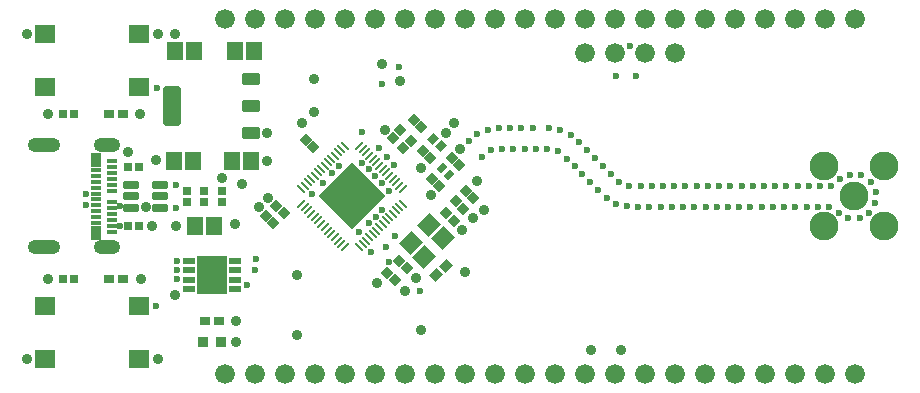
<source format=gts>
G04*
G04 #@! TF.GenerationSoftware,Altium Limited,Altium Designer,24.9.1 (31)*
G04*
G04 Layer_Color=8388736*
%FSLAX44Y44*%
%MOMM*%
G71*
G04*
G04 #@! TF.SameCoordinates,B57C8B18-3D84-4A04-B3AE-A62089487BF1*
G04*
G04*
G04 #@! TF.FilePolarity,Negative*
G04*
G01*
G75*
G04:AMPARAMS|DCode=31|XSize=0.9182mm|YSize=0.1925mm|CornerRadius=0mm|HoleSize=0mm|Usage=FLASHONLY|Rotation=225.000|XOffset=0mm|YOffset=0mm|HoleType=Round|Shape=Rectangle|*
%AMROTATEDRECTD31*
4,1,4,0.2566,0.3927,0.3927,0.2566,-0.2566,-0.3927,-0.3927,-0.2566,0.2566,0.3927,0.0*
%
%ADD31ROTATEDRECTD31*%

G04:AMPARAMS|DCode=32|XSize=0.9182mm|YSize=0.1925mm|CornerRadius=0.0962mm|HoleSize=0mm|Usage=FLASHONLY|Rotation=225.000|XOffset=0mm|YOffset=0mm|HoleType=Round|Shape=RoundedRectangle|*
%AMROUNDEDRECTD32*
21,1,0.9182,0.0000,0,0,225.0*
21,1,0.7257,0.1925,0,0,225.0*
1,1,0.1925,-0.2566,-0.2566*
1,1,0.1925,0.2566,0.2566*
1,1,0.1925,0.2566,0.2566*
1,1,0.1925,-0.2566,-0.2566*
%
%ADD32ROUNDEDRECTD32*%
G04:AMPARAMS|DCode=33|XSize=0.1925mm|YSize=0.9182mm|CornerRadius=0.0962mm|HoleSize=0mm|Usage=FLASHONLY|Rotation=225.000|XOffset=0mm|YOffset=0mm|HoleType=Round|Shape=RoundedRectangle|*
%AMROUNDEDRECTD33*
21,1,0.1925,0.7257,0,0,225.0*
21,1,0.0000,0.9182,0,0,225.0*
1,1,0.1925,-0.2566,0.2566*
1,1,0.1925,-0.2566,0.2566*
1,1,0.1925,0.2566,-0.2566*
1,1,0.1925,0.2566,-0.2566*
%
%ADD33ROUNDEDRECTD33*%
%ADD40R,0.6500X0.7500*%
G04:AMPARAMS|DCode=41|XSize=1.36mm|YSize=0.74mm|CornerRadius=0.1487mm|HoleSize=0mm|Usage=FLASHONLY|Rotation=0.000|XOffset=0mm|YOffset=0mm|HoleType=Round|Shape=RoundedRectangle|*
%AMROUNDEDRECTD41*
21,1,1.3600,0.4425,0,0,0.0*
21,1,1.0625,0.7400,0,0,0.0*
1,1,0.2975,0.5313,-0.2213*
1,1,0.2975,-0.5313,-0.2213*
1,1,0.2975,-0.5313,0.2213*
1,1,0.2975,0.5313,0.2213*
%
%ADD41ROUNDEDRECTD41*%
G04:AMPARAMS|DCode=42|XSize=1.46mm|YSize=1.08mm|CornerRadius=0.1447mm|HoleSize=0mm|Usage=FLASHONLY|Rotation=180.000|XOffset=0mm|YOffset=0mm|HoleType=Round|Shape=RoundedRectangle|*
%AMROUNDEDRECTD42*
21,1,1.4600,0.7905,0,0,180.0*
21,1,1.1705,1.0800,0,0,180.0*
1,1,0.2895,-0.5853,0.3953*
1,1,0.2895,0.5853,0.3953*
1,1,0.2895,0.5853,-0.3953*
1,1,0.2895,-0.5853,-0.3953*
%
%ADD42ROUNDEDRECTD42*%
G04:AMPARAMS|DCode=43|XSize=1.46mm|YSize=3.39mm|CornerRadius=0.1733mm|HoleSize=0mm|Usage=FLASHONLY|Rotation=180.000|XOffset=0mm|YOffset=0mm|HoleType=Round|Shape=RoundedRectangle|*
%AMROUNDEDRECTD43*
21,1,1.4600,3.0435,0,0,180.0*
21,1,1.1135,3.3900,0,0,180.0*
1,1,0.3465,-0.5568,1.5218*
1,1,0.3465,0.5568,1.5218*
1,1,0.3465,0.5568,-1.5218*
1,1,0.3465,-0.5568,-1.5218*
%
%ADD43ROUNDEDRECTD43*%
%ADD44R,2.5500X3.2500*%
%ADD45R,1.0000X0.5000*%
%ADD46R,0.9000X0.7500*%
%ADD47R,1.7500X1.5500*%
G04:AMPARAMS|DCode=48|XSize=1.35mm|YSize=1.55mm|CornerRadius=0mm|HoleSize=0mm|Usage=FLASHONLY|Rotation=135.000|XOffset=0mm|YOffset=0mm|HoleType=Round|Shape=Rectangle|*
%AMROTATEDRECTD48*
4,1,4,1.0253,0.0707,-0.0707,-1.0253,-1.0253,-0.0707,0.0707,1.0253,1.0253,0.0707,0.0*
%
%ADD48ROTATEDRECTD48*%

G04:AMPARAMS|DCode=49|XSize=0.5mm|YSize=0.8mm|CornerRadius=0mm|HoleSize=0mm|Usage=FLASHONLY|Rotation=135.000|XOffset=0mm|YOffset=0mm|HoleType=Round|Shape=Rectangle|*
%AMROTATEDRECTD49*
4,1,4,0.4596,0.1061,-0.1061,-0.4596,-0.4596,-0.1061,0.1061,0.4596,0.4596,0.1061,0.0*
%
%ADD49ROTATEDRECTD49*%

%ADD50R,0.8500X0.4500*%
%ADD51R,0.8500X1.1500*%
%ADD52R,0.9500X0.9500*%
G04:AMPARAMS|DCode=53|XSize=0.75mm|YSize=0.65mm|CornerRadius=0mm|HoleSize=0mm|Usage=FLASHONLY|Rotation=45.000|XOffset=0mm|YOffset=0mm|HoleType=Round|Shape=Rectangle|*
%AMROTATEDRECTD53*
4,1,4,-0.0354,-0.4950,-0.4950,-0.0354,0.0354,0.4950,0.4950,0.0354,-0.0354,-0.4950,0.0*
%
%ADD53ROTATEDRECTD53*%

%ADD54P,5.7276X4X270.0*%
%ADD55R,0.7900X0.7500*%
%ADD56R,1.4500X1.5500*%
%ADD57R,0.7500X0.7900*%
G04:AMPARAMS|DCode=58|XSize=0.79mm|YSize=0.75mm|CornerRadius=0mm|HoleSize=0mm|Usage=FLASHONLY|Rotation=45.000|XOffset=0mm|YOffset=0mm|HoleType=Round|Shape=Rectangle|*
%AMROTATEDRECTD58*
4,1,4,-0.0141,-0.5445,-0.5445,-0.0141,0.0141,0.5445,0.5445,0.0141,-0.0141,-0.5445,0.0*
%
%ADD58ROTATEDRECTD58*%

G04:AMPARAMS|DCode=59|XSize=0.79mm|YSize=0.75mm|CornerRadius=0mm|HoleSize=0mm|Usage=FLASHONLY|Rotation=135.000|XOffset=0mm|YOffset=0mm|HoleType=Round|Shape=Rectangle|*
%AMROTATEDRECTD59*
4,1,4,0.5445,-0.0141,0.0141,-0.5445,-0.5445,0.0141,-0.0141,0.5445,0.5445,-0.0141,0.0*
%
%ADD59ROTATEDRECTD59*%

G04:AMPARAMS|DCode=60|XSize=0.75mm|YSize=0.9mm|CornerRadius=0mm|HoleSize=0mm|Usage=FLASHONLY|Rotation=315.000|XOffset=0mm|YOffset=0mm|HoleType=Round|Shape=Rectangle|*
%AMROTATEDRECTD60*
4,1,4,-0.5834,-0.0530,0.0530,0.5834,0.5834,0.0530,-0.0530,-0.5834,-0.5834,-0.0530,0.0*
%
%ADD60ROTATEDRECTD60*%

%ADD61C,1.6740*%
%ADD62C,2.4540*%
%ADD63C,2.4520*%
%ADD64O,2.2500X1.2500*%
%ADD65O,2.7500X1.2500*%
%ADD66C,0.6000*%
%ADD67C,0.9000*%
%ADD68C,0.6500*%
D31*
X327972Y171302D02*
D03*
D32*
X325144Y174131D02*
D03*
X322315Y176959D02*
D03*
X319487Y179788D02*
D03*
X316658Y182616D02*
D03*
X313830Y185445D02*
D03*
X311001Y188273D02*
D03*
X308173Y191101D02*
D03*
X305345Y193930D02*
D03*
X302516Y196758D02*
D03*
X299688Y199587D02*
D03*
X296859Y202415D02*
D03*
X294031Y205243D02*
D03*
X291202Y208072D02*
D03*
X242028Y158898D02*
D03*
X244856Y156069D02*
D03*
X247685Y153241D02*
D03*
X250513Y150412D02*
D03*
X253342Y147584D02*
D03*
X256170Y144755D02*
D03*
X258999Y141927D02*
D03*
X261827Y139099D02*
D03*
X264655Y136270D02*
D03*
X267484Y133442D02*
D03*
X270312Y130613D02*
D03*
X273141Y127785D02*
D03*
X275969Y124957D02*
D03*
X278798Y122128D02*
D03*
D33*
Y208072D02*
D03*
X275969Y205243D02*
D03*
X273141Y202415D02*
D03*
X270312Y199587D02*
D03*
X267484Y196758D02*
D03*
X264655Y193930D02*
D03*
X261827Y191101D02*
D03*
X258999Y188273D02*
D03*
X256170Y185445D02*
D03*
X253342Y182616D02*
D03*
X250513Y179788D02*
D03*
X247685Y176959D02*
D03*
X244856Y174131D02*
D03*
X242028Y171302D02*
D03*
X291202Y122128D02*
D03*
X294031Y124957D02*
D03*
X296859Y127785D02*
D03*
X299688Y130613D02*
D03*
X302516Y133442D02*
D03*
X305345Y136270D02*
D03*
X308173Y139099D02*
D03*
X311001Y141927D02*
D03*
X313830Y144755D02*
D03*
X316658Y147584D02*
D03*
X319487Y150412D02*
D03*
X322315Y153241D02*
D03*
X325144Y156069D02*
D03*
X327972Y158898D02*
D03*
D40*
X105000Y190000D02*
D03*
X95000D02*
D03*
X105000Y140000D02*
D03*
X95000D02*
D03*
D41*
X97450Y174600D02*
D03*
Y165100D02*
D03*
Y155600D02*
D03*
X122550D02*
D03*
Y165100D02*
D03*
Y174600D02*
D03*
D42*
X199700Y219100D02*
D03*
Y242000D02*
D03*
Y264900D02*
D03*
D43*
X132800Y242000D02*
D03*
D44*
X166250Y98750D02*
D03*
D45*
X185750Y110750D02*
D03*
Y102750D02*
D03*
Y94750D02*
D03*
Y86750D02*
D03*
X146750D02*
D03*
Y94750D02*
D03*
Y102750D02*
D03*
Y110750D02*
D03*
D46*
X160500Y59500D02*
D03*
X172000D02*
D03*
X79250Y235000D02*
D03*
X90750D02*
D03*
X79250Y95200D02*
D03*
X90750D02*
D03*
D47*
X25000Y27700D02*
D03*
X105000Y72700D02*
D03*
X25001D02*
D03*
X105000Y27700D02*
D03*
Y302500D02*
D03*
X25000Y257500D02*
D03*
X104999D02*
D03*
X25000Y302500D02*
D03*
D48*
X350371Y140935D02*
D03*
X361685Y129621D02*
D03*
X334815Y125379D02*
D03*
X346129Y114065D02*
D03*
D49*
X367044Y182856D02*
D03*
X361034Y188867D02*
D03*
D50*
X81550Y190100D02*
D03*
Y185100D02*
D03*
Y180100D02*
D03*
Y175100D02*
D03*
Y170100D02*
D03*
Y195100D02*
D03*
Y155100D02*
D03*
Y150100D02*
D03*
Y145100D02*
D03*
Y140100D02*
D03*
Y135100D02*
D03*
Y160100D02*
D03*
X68550Y142600D02*
D03*
Y147600D02*
D03*
Y152600D02*
D03*
Y157600D02*
D03*
Y162600D02*
D03*
Y172600D02*
D03*
Y177600D02*
D03*
Y182600D02*
D03*
Y187600D02*
D03*
Y167600D02*
D03*
D51*
X68450Y134100D02*
D03*
X68550Y196100D02*
D03*
D52*
X173750Y42000D02*
D03*
X158750D02*
D03*
D53*
X360000Y207750D02*
D03*
X353777Y213972D02*
D03*
D54*
X285000Y165100D02*
D03*
D55*
X160000Y160700D02*
D03*
Y169500D02*
D03*
X145000Y169500D02*
D03*
Y160700D02*
D03*
X175000Y160700D02*
D03*
Y169500D02*
D03*
D56*
X150250Y195500D02*
D03*
X134250D02*
D03*
X168000Y140000D02*
D03*
X152000D02*
D03*
X135250Y288500D02*
D03*
X151250D02*
D03*
X201750D02*
D03*
X185750D02*
D03*
X183750Y195500D02*
D03*
X199750D02*
D03*
D57*
X40600Y95200D02*
D03*
X49400D02*
D03*
Y235000D02*
D03*
X40600D02*
D03*
D58*
X364889Y150861D02*
D03*
X371111Y144639D02*
D03*
X343750Y224000D02*
D03*
X337528Y230223D02*
D03*
X351000Y197500D02*
D03*
X344777Y203723D02*
D03*
X331361Y104639D02*
D03*
X325139Y110861D02*
D03*
X314889Y100361D02*
D03*
X321111Y94139D02*
D03*
X245639Y212861D02*
D03*
X251861Y206639D02*
D03*
X369277Y197723D02*
D03*
X375500Y191500D02*
D03*
X358900Y174000D02*
D03*
X352677Y180223D02*
D03*
X212139Y148611D02*
D03*
X218361Y142389D02*
D03*
X220889Y157111D02*
D03*
X227111Y150889D02*
D03*
X379361Y154639D02*
D03*
X373139Y160861D02*
D03*
X387711Y163389D02*
D03*
X381489Y169611D02*
D03*
D59*
X319527Y214750D02*
D03*
X325750Y220972D02*
D03*
X328527Y206000D02*
D03*
X334750Y212222D02*
D03*
D60*
X356434Y98434D02*
D03*
X364566Y106566D02*
D03*
D61*
X507300Y286975D02*
D03*
X532700D02*
D03*
X558100D02*
D03*
X481900D02*
D03*
X177100Y315200D02*
D03*
X202500D02*
D03*
X227900D02*
D03*
X253300D02*
D03*
X278700D02*
D03*
X304100D02*
D03*
X710500D02*
D03*
X329500D02*
D03*
X354900D02*
D03*
X380300D02*
D03*
X405700D02*
D03*
X431100D02*
D03*
X456500D02*
D03*
X481900D02*
D03*
X507300D02*
D03*
X532700D02*
D03*
X558100D02*
D03*
X583500D02*
D03*
X608900D02*
D03*
X634300D02*
D03*
X659700D02*
D03*
X685100D02*
D03*
X710500Y15000D02*
D03*
X329500D02*
D03*
X354900D02*
D03*
X380300D02*
D03*
X405700D02*
D03*
X431100D02*
D03*
X456500D02*
D03*
X481900D02*
D03*
X507300D02*
D03*
X532700D02*
D03*
X558100D02*
D03*
X583500D02*
D03*
X608900D02*
D03*
X634300D02*
D03*
X659700D02*
D03*
X685100D02*
D03*
X177100D02*
D03*
X202500D02*
D03*
X227900D02*
D03*
X253300D02*
D03*
X278700D02*
D03*
X304100D02*
D03*
D62*
X710000Y165100D02*
D03*
X735400Y190500D02*
D03*
X684600D02*
D03*
D63*
X735400Y139700D02*
D03*
X684600D02*
D03*
D64*
X77450Y121900D02*
D03*
Y208300D02*
D03*
D65*
X23950Y122100D02*
D03*
Y208500D02*
D03*
D66*
X437802Y222738D02*
D03*
X428302D02*
D03*
X418802D02*
D03*
X409302D02*
D03*
X399885Y221483D02*
D03*
X391137Y217780D02*
D03*
X383658Y211922D02*
D03*
X394989Y198537D02*
D03*
X402646Y204161D02*
D03*
X412082Y205262D02*
D03*
X421582D02*
D03*
X431082D02*
D03*
X440582D02*
D03*
X450081D02*
D03*
X459388Y203356D02*
D03*
X466656Y197237D02*
D03*
X473373Y190519D02*
D03*
X480090Y183802D02*
D03*
X486808Y177084D02*
D03*
X493526Y170367D02*
D03*
X500460Y163874D02*
D03*
X508661Y159078D02*
D03*
X517851Y156673D02*
D03*
X527346Y156362D02*
D03*
X536846D02*
D03*
X546346D02*
D03*
X555846D02*
D03*
X565346D02*
D03*
X574846D02*
D03*
X584346D02*
D03*
X593846D02*
D03*
X603346D02*
D03*
X612846D02*
D03*
X622346D02*
D03*
X631846D02*
D03*
X641346D02*
D03*
X650846D02*
D03*
X660346D02*
D03*
X669846D02*
D03*
X679346D02*
D03*
X688846D02*
D03*
X696973Y151442D02*
D03*
X705278Y146830D02*
D03*
X714778Y146845D02*
D03*
X723069Y151483D02*
D03*
X728054Y159571D02*
D03*
X728474Y169062D02*
D03*
X724191Y177542D02*
D03*
X716323Y182865D02*
D03*
X706858Y183681D02*
D03*
X698196Y179780D02*
D03*
X690784Y173838D02*
D03*
X681284D02*
D03*
X671784D02*
D03*
X662284D02*
D03*
X652784D02*
D03*
X643284D02*
D03*
X633784D02*
D03*
X624284D02*
D03*
X614784D02*
D03*
X605284D02*
D03*
X595784D02*
D03*
X586284D02*
D03*
X576784D02*
D03*
X567284D02*
D03*
X557784D02*
D03*
X548284D02*
D03*
X538784D02*
D03*
X529284D02*
D03*
X519785Y173971D02*
D03*
X511048Y177700D02*
D03*
X504261Y184347D02*
D03*
X497543Y191064D02*
D03*
X490826Y197782D02*
D03*
X484108Y204499D02*
D03*
X477391Y211217D02*
D03*
X470059Y217258D02*
D03*
X461437Y221248D02*
D03*
X452046Y222682D02*
D03*
X88488Y157357D02*
D03*
X88750Y140000D02*
D03*
X270000Y160000D02*
D03*
X275000Y155000D02*
D03*
X280000Y150000D02*
D03*
X285000Y145000D02*
D03*
X290000Y150000D02*
D03*
X285000Y155000D02*
D03*
X280000Y160000D02*
D03*
X275000Y165000D02*
D03*
X280000Y170000D02*
D03*
X285000Y165000D02*
D03*
X289693Y159828D02*
D03*
X295000Y155000D02*
D03*
X300000Y160000D02*
D03*
X295000Y165000D02*
D03*
X290000Y170000D02*
D03*
X285000Y175000D02*
D03*
X305000Y165000D02*
D03*
X300000Y170000D02*
D03*
X295000Y175000D02*
D03*
X290000Y180000D02*
D03*
X285000Y185000D02*
D03*
X280000Y180000D02*
D03*
X275000Y175000D02*
D03*
X270000Y170000D02*
D03*
X342750Y85000D02*
D03*
X316249Y109374D02*
D03*
X321178Y131750D02*
D03*
X267928Y185000D02*
D03*
X273750Y190750D02*
D03*
X316000Y169500D02*
D03*
X310500Y154000D02*
D03*
X290500Y134750D02*
D03*
X305000Y148000D02*
D03*
X299000Y142500D02*
D03*
X300750Y118000D02*
D03*
X293500Y220000D02*
D03*
X60000Y157600D02*
D03*
Y167600D02*
D03*
X520000Y292250D02*
D03*
X324750Y274500D02*
D03*
X310750Y260000D02*
D03*
X195750Y90230D02*
D03*
X320915Y192023D02*
D03*
X119750Y257250D02*
D03*
X310292Y176250D02*
D03*
X119250Y72750D02*
D03*
X525500Y267500D02*
D03*
X508250D02*
D03*
X307500Y206000D02*
D03*
X314898Y198790D02*
D03*
X202459Y103041D02*
D03*
X203750Y112500D02*
D03*
X260000Y176500D02*
D03*
X136750Y110500D02*
D03*
Y95000D02*
D03*
X251500Y167250D02*
D03*
X135750Y155600D02*
D03*
Y174600D02*
D03*
X136750Y103000D02*
D03*
X293250Y193750D02*
D03*
X299188Y188250D02*
D03*
X304750Y182250D02*
D03*
X313958Y122000D02*
D03*
D67*
X110250Y156500D02*
D03*
X119098Y195918D02*
D03*
X339000Y95750D02*
D03*
X380250Y101500D02*
D03*
X343250Y52250D02*
D03*
X330250Y84750D02*
D03*
X351750Y166750D02*
D03*
X364250Y219000D02*
D03*
X371500Y227230D02*
D03*
X312500Y221500D02*
D03*
X376000Y205000D02*
D03*
X378000Y137000D02*
D03*
X387000Y147000D02*
D03*
X397000Y154000D02*
D03*
X343000Y189000D02*
D03*
X243000Y227000D02*
D03*
X206000Y156000D02*
D03*
X214000Y164000D02*
D03*
X213000Y219100D02*
D03*
Y195500D02*
D03*
X175000Y180418D02*
D03*
X95000Y203000D02*
D03*
X116000Y140000D02*
D03*
X136000D02*
D03*
X135000Y82000D02*
D03*
X186500Y42000D02*
D03*
X28000Y95200D02*
D03*
X121000Y27700D02*
D03*
X10000D02*
D03*
X28000Y235000D02*
D03*
X10000Y302500D02*
D03*
X135250D02*
D03*
X121000D02*
D03*
X512597Y35046D02*
D03*
X487207Y35165D02*
D03*
X238750Y47750D02*
D03*
Y98750D02*
D03*
X185875Y141625D02*
D03*
X106000Y95500D02*
D03*
X105750Y234750D02*
D03*
X310250Y277000D02*
D03*
X325231Y263019D02*
D03*
X253000Y264250D02*
D03*
Y236250D02*
D03*
X186500Y59750D02*
D03*
X390500Y178000D02*
D03*
X305750Y92000D02*
D03*
X191500Y175750D02*
D03*
D68*
X166000Y100000D02*
D03*
X175000Y110000D02*
D03*
X158000D02*
D03*
M02*

</source>
